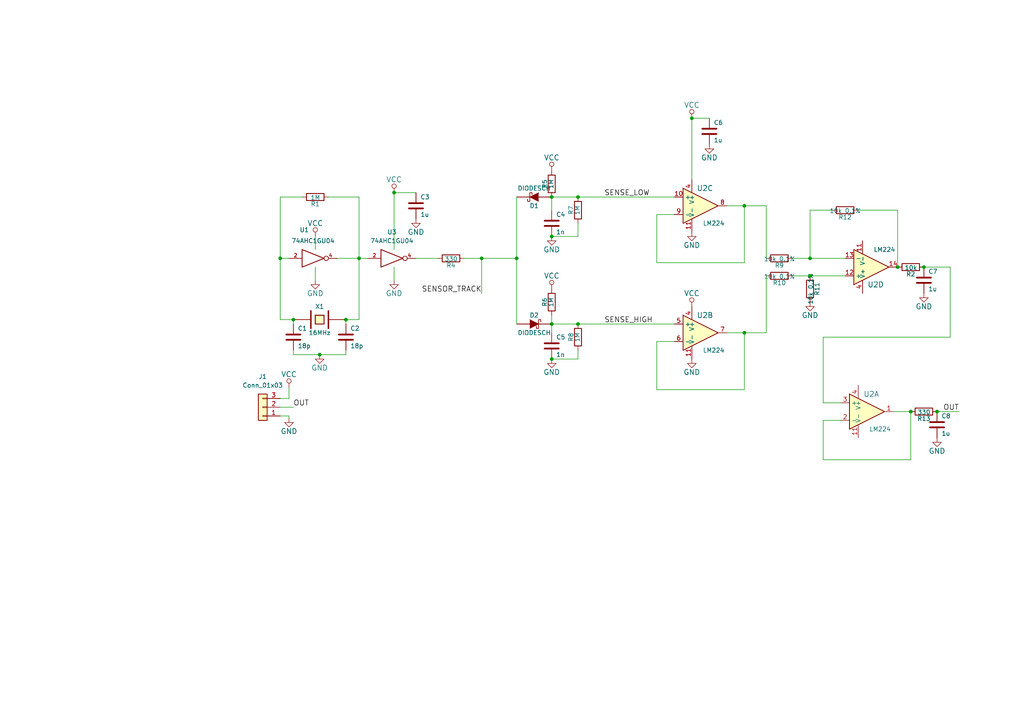
<source format=kicad_sch>
(kicad_sch (version 20211123) (generator eeschema)
  (paper "A4")
  (lib_symbols
    (symbol "74xGxx:74AHC1GU04" (pin_names (offset 1.016))
      (property "Reference" "U" (at -2.54 3.81 0))
      (property "Value" "74AHC1GU04" (at 0 -3.81 0))
      (symbol "74AHC1GU04_0_1"
        (polyline (pts (xy -3.81 2.54) (xy -3.81 -2.54) (xy 2.54 0) (xy -3.81 2.54)) (stroke (width 0.254)))
      )
      (symbol "74AHC1GU04_1_1"
        (pin input line (at -7.62 0 0) (length 3.81) (name "~") (number "2"))
        (pin power_in line (at 0 -2.54 270) (length 0) hide (name "GND") (number "3"))
        (pin output inverted (at 6.35 0 180) (length 3.81) (name "~") (number "4"))
        (pin power_in line (at 0 2.54 90) (length 0) hide (name "VCC") (number "5"))
      )
    )
    (symbol "Connector_Generic:Conn_01x03" (pin_names (offset 1.016) hide)
      (property "Reference" "J" (at 0 5.08 0))
      (property "Value" "Conn_01x03" (at 0 -5.08 0))
      (symbol "Conn_01x03_1_1"
        (rectangle (start -1.27 -2.413) (end 0 -2.667) (stroke (width 0.1524)))
        (rectangle (start -1.27 0.127) (end 0 -0.127) (stroke (width 0.1524)))
        (rectangle (start -1.27 2.667) (end 0 2.413) (stroke (width 0.1524)))
        (rectangle (start -1.27 3.81) (end 1.27 -3.81) (stroke (width 0.254)) (fill (type background)))
        (pin passive line (at -5.08 2.54 0) (length 3.81) (name "Pin_1") (number "1"))
        (pin passive line (at -5.08 0 0) (length 3.81) (name "Pin_2") (number "2"))
        (pin passive line (at -5.08 -2.54 0) (length 3.81) (name "Pin_3") (number "3"))
      )
    )
    (symbol "analog-moist-sensor-rescue:C" (pin_numbers hide) (pin_names (offset 0.254))
      (property "Reference" "C" (at 0.635 2.54 0))
      (property "Value" "C" (at 0.635 -2.54 0))
      (symbol "C_0_1"
        (polyline (pts (xy -2.032 -0.762) (xy 2.032 -0.762)) (stroke (width 0.508)))
        (polyline (pts (xy -2.032 0.762) (xy 2.032 0.762)) (stroke (width 0.508)))
      )
      (symbol "C_1_1"
        (pin passive line (at 0 3.81 270) (length 2.794) (name "~") (number "1"))
        (pin passive line (at 0 -3.81 90) (length 2.794) (name "~") (number "2"))
      )
    )
    (symbol "analog-moist-sensor-rescue:CRYSTAL" (pin_numbers hide) (pin_names (offset 1.016) hide)
      (property "Reference" "X" (at 0 3.81 0))
      (property "Value" "CRYSTAL" (at 0 -3.81 0))
      (symbol "CRYSTAL_0_1"
        (polyline (pts (xy -2.54 2.54) (xy -2.54 -2.54)) (stroke (width 0.4064)))
        (polyline (pts (xy 2.54 2.54) (xy 2.54 -2.54)) (stroke (width 0.4064)))
        (polyline (pts (xy -1.27 1.27) (xy 1.27 1.27) (xy 1.27 -1.27) (xy -1.27 -1.27) (xy -1.27 1.27)) (stroke (width 0.3048)) (fill (type background)))
      )
      (symbol "CRYSTAL_1_1"
        (pin passive line (at -7.62 0 0) (length 5.08) (name "1") (number "1"))
        (pin passive line (at 7.62 0 180) (length 5.08) (name "2") (number "2"))
      )
    )
    (symbol "analog-moist-sensor-rescue:DIODESCH" (pin_numbers hide) (pin_names (offset 1.016) hide)
      (property "Reference" "D" (at 0 2.54 0))
      (property "Value" "DIODESCH" (at 0 -2.54 0))
      (symbol "DIODESCH_0_1"
        (polyline (pts (xy -1.27 1.27) (xy 1.27 0) (xy -1.27 -1.27)) (fill (type outline)))
        (polyline (pts (xy 1.905 0.635) (xy 1.905 1.27) (xy 1.27 1.27) (xy 1.27 -1.27) (xy 0.635 -1.27) (xy 0.635 -0.635)) (stroke (width 0.2032)))
      )
      (symbol "DIODESCH_1_1"
        (pin passive line (at -5.08 0 0) (length 3.81) (name "A") (number "1"))
        (pin passive line (at 5.08 0 180) (length 3.81) (name "K") (number "2"))
      )
    )
    (symbol "analog-moist-sensor-rescue:GND" (power) (pin_names (offset 0))
      (property "Value" "GND" (at 0 -3.81 0))
      (symbol "GND_0_1"
        (polyline (pts (xy 0 0) (xy 0 -1.27) (xy 1.27 -1.27) (xy 0 -2.54) (xy -1.27 -1.27) (xy 0 -1.27)))
      )
      (symbol "GND_1_1"
        (pin power_in line (at 0 0 270) (length 0) hide (name "GND") (number "1"))
      )
    )
    (symbol "analog-moist-sensor-rescue:LM324"
      (property "Reference" "U" (at 0 5.08 0))
      (property "Value" "LM324" (at 0 -5.08 0))
      (symbol "LM324_0_1"
        (polyline (pts (xy -5.08 5.08) (xy 5.08 0) (xy -5.08 -5.08) (xy -5.08 5.08)) (stroke (width 0.254)) (fill (type background)))
        (pin power_in line (at -2.54 -7.62 90) (length 3.81) (name "V-") (number "11"))
        (pin power_in line (at -2.54 7.62 270) (length 3.81) (name "V+") (number "4"))
      )
      (symbol "LM324_1_1"
        (pin output line (at 7.62 0 180) (length 2.54) (name "~") (number "1"))
        (pin input line (at -7.62 -2.54 0) (length 2.54) (name "-") (number "2"))
        (pin input line (at -7.62 2.54 0) (length 2.54) (name "+") (number "3"))
      )
      (symbol "LM324_2_1"
        (pin input line (at -7.62 2.54 0) (length 2.54) (name "+") (number "5"))
        (pin input line (at -7.62 -2.54 0) (length 2.54) (name "-") (number "6"))
        (pin output line (at 7.62 0 180) (length 2.54) (name "~") (number "7"))
      )
      (symbol "LM324_3_1"
        (pin input line (at -7.62 2.54 0) (length 2.54) (name "+") (number "10"))
        (pin output line (at 7.62 0 180) (length 2.54) (name "~") (number "8"))
        (pin input line (at -7.62 -2.54 0) (length 2.54) (name "-") (number "9"))
      )
      (symbol "LM324_4_1"
        (pin input line (at -7.62 2.54 0) (length 2.54) (name "+") (number "12"))
        (pin input line (at -7.62 -2.54 0) (length 2.54) (name "-") (number "13"))
        (pin output line (at 7.62 0 180) (length 2.54) (name "~") (number "14"))
      )
    )
    (symbol "analog-moist-sensor-rescue:R" (pin_numbers hide) (pin_names (offset 0))
      (property "Reference" "R" (at 2.032 0 90))
      (property "Value" "R" (at 0 0 90))
      (symbol "R_0_1"
        (rectangle (start -1.016 -2.54) (end 1.016 2.54) (stroke (width 0.254)))
      )
      (symbol "R_1_1"
        (pin passive line (at 0 3.81 270) (length 1.27) (name "~") (number "1"))
        (pin passive line (at 0 -3.81 90) (length 1.27) (name "~") (number "2"))
      )
    )
    (symbol "analog-moist-sensor-rescue:VCC" (power) (pin_names (offset 0))
      (property "Value" "VCC" (at 0 3.81 0))
      (symbol "VCC_0_1"
        (polyline (pts (xy 0 0) (xy 0 1.27)))
        (circle (center 0 1.905) (radius 0.635))
      )
      (symbol "VCC_1_1"
        (pin power_in line (at 0 0 90) (length 0) hide (name "VCC") (number "1"))
      )
    )
  )
  (junction (at 160.02 68.58))
  (junction (at 160.02 104.14))
  (junction (at 85.09 92.71))
  (junction (at 267.97 77.47))
  (junction (at 104.14 74.93))
  (junction (at 167.64 93.98))
  (junction (at 200.66 34.29))
  (junction (at 81.28 74.93))
  (junction (at 234.95 80.01))
  (junction (at 271.78 119.38))
  (junction (at 160.02 93.98))
  (junction (at 160.02 57.15))
  (junction (at 215.9 59.69))
  (junction (at 260.35 77.47))
  (junction (at 215.9 96.52))
  (junction (at 234.95 74.93))
  (junction (at 92.71 102.87))
  (junction (at 139.7 74.93))
  (junction (at 264.16 119.38))
  (junction (at 114.3 55.88))
  (junction (at 100.33 92.71))
  (junction (at 149.86 74.93))
  (junction (at 167.64 57.15))
  (wire (pts (xy 160.02 93.98) (xy 167.64 93.98)))
  (wire (pts (xy 234.95 74.93) (xy 245.11 74.93)))
  (wire (pts (xy 190.5 62.23) (xy 195.58 62.23)))
  (wire (pts (xy 81.28 92.71) (xy 85.09 92.71)))
  (wire (pts (xy 260.35 60.96) (xy 260.35 77.47)))
  (wire (pts (xy 264.16 119.38) (xy 259.08 119.38)))
  (wire (pts (xy 167.64 57.15) (xy 195.58 57.15)))
  (wire (pts (xy 85.09 92.71) (xy 85.09 93.98)))
  (wire (pts (xy 234.95 60.96) (xy 241.3 60.96)))
  (wire (pts (xy 167.64 93.98) (xy 195.58 93.98)))
  (wire (pts (xy 190.5 76.2) (xy 215.9 76.2)))
  (wire (pts (xy 104.14 57.15) (xy 104.14 74.93)))
  (wire (pts (xy 83.82 112.395) (xy 83.82 115.57)))
  (wire (pts (xy 160.02 57.15) (xy 160.02 60.96)))
  (wire (pts (xy 190.5 99.06) (xy 195.58 99.06)))
  (wire (pts (xy 114.3 55.88) (xy 120.65 55.88)))
  (wire (pts (xy 238.76 97.79) (xy 238.76 116.84)))
  (wire (pts (xy 275.59 77.47) (xy 275.59 97.79)))
  (wire (pts (xy 114.3 77.47) (xy 114.3 81.28)))
  (wire (pts (xy 81.28 115.57) (xy 83.82 115.57)))
  (wire (pts (xy 81.28 74.93) (xy 81.28 92.71)))
  (wire (pts (xy 215.9 76.2) (xy 215.9 59.69)))
  (wire (pts (xy 215.9 96.52) (xy 222.25 96.52)))
  (wire (pts (xy 190.5 113.03) (xy 215.9 113.03)))
  (wire (pts (xy 139.7 74.93) (xy 139.7 85.09)))
  (wire (pts (xy 97.79 74.93) (xy 104.14 74.93)))
  (wire (pts (xy 248.92 60.96) (xy 260.35 60.96)))
  (wire (pts (xy 120.65 74.93) (xy 127 74.93)))
  (wire (pts (xy 114.3 55.88) (xy 114.3 72.39)))
  (wire (pts (xy 222.25 59.69) (xy 222.25 74.93)))
  (wire (pts (xy 104.14 74.93) (xy 104.14 92.71)))
  (wire (pts (xy 81.28 74.93) (xy 83.82 74.93)))
  (wire (pts (xy 139.7 74.93) (xy 149.86 74.93)))
  (wire (pts (xy 134.62 74.93) (xy 139.7 74.93)))
  (wire (pts (xy 167.64 68.58) (xy 160.02 68.58)))
  (wire (pts (xy 100.33 92.71) (xy 100.33 93.98)))
  (wire (pts (xy 229.87 80.01) (xy 234.95 80.01)))
  (wire (pts (xy 210.82 59.69) (xy 215.9 59.69)))
  (wire (pts (xy 222.25 96.52) (xy 222.25 80.01)))
  (wire (pts (xy 160.02 104.14) (xy 167.64 104.14)))
  (wire (pts (xy 167.64 104.14) (xy 167.64 101.6)))
  (wire (pts (xy 100.33 102.87) (xy 100.33 101.6)))
  (wire (pts (xy 160.02 91.44) (xy 160.02 93.98)))
  (wire (pts (xy 92.71 102.87) (xy 100.33 102.87)))
  (wire (pts (xy 91.44 68.58) (xy 91.44 72.39)))
  (wire (pts (xy 200.66 34.29) (xy 200.66 52.07)))
  (wire (pts (xy 160.02 57.15) (xy 167.64 57.15)))
  (wire (pts (xy 210.82 96.52) (xy 215.9 96.52)))
  (wire (pts (xy 149.86 74.93) (xy 149.86 93.98)))
  (wire (pts (xy 81.28 118.11) (xy 85.09 118.11)))
  (wire (pts (xy 234.95 80.01) (xy 245.11 80.01)))
  (wire (pts (xy 190.5 62.23) (xy 190.5 76.2)))
  (wire (pts (xy 238.76 133.35) (xy 264.16 133.35)))
  (wire (pts (xy 81.28 120.65) (xy 83.82 120.65)))
  (wire (pts (xy 81.28 57.15) (xy 81.28 74.93)))
  (wire (pts (xy 215.9 59.69) (xy 222.25 59.69)))
  (wire (pts (xy 267.97 77.47) (xy 275.59 77.47)))
  (wire (pts (xy 160.02 93.98) (xy 160.02 96.52)))
  (wire (pts (xy 85.09 102.87) (xy 92.71 102.87)))
  (wire (pts (xy 95.25 57.15) (xy 104.14 57.15)))
  (wire (pts (xy 167.64 68.58) (xy 167.64 64.77)))
  (wire (pts (xy 264.16 133.35) (xy 264.16 119.38)))
  (wire (pts (xy 104.14 92.71) (xy 100.33 92.71)))
  (wire (pts (xy 238.76 97.79) (xy 275.59 97.79)))
  (wire (pts (xy 238.76 121.92) (xy 238.76 133.35)))
  (wire (pts (xy 238.76 116.84) (xy 243.84 116.84)))
  (wire (pts (xy 83.82 121.285) (xy 83.82 120.65)))
  (wire (pts (xy 215.9 113.03) (xy 215.9 96.52)))
  (wire (pts (xy 81.28 57.15) (xy 87.63 57.15)))
  (wire (pts (xy 104.14 74.93) (xy 106.68 74.93)))
  (wire (pts (xy 234.95 74.93) (xy 234.95 60.96)))
  (wire (pts (xy 91.44 77.47) (xy 91.44 81.28)))
  (wire (pts (xy 229.87 74.93) (xy 234.95 74.93)))
  (wire (pts (xy 190.5 99.06) (xy 190.5 113.03)))
  (wire (pts (xy 238.76 121.92) (xy 243.84 121.92)))
  (wire (pts (xy 205.74 34.29) (xy 200.66 34.29)))
  (wire (pts (xy 149.86 57.15) (xy 149.86 74.93)))
  (wire (pts (xy 85.09 101.6) (xy 85.09 102.87)))
  (wire (pts (xy 271.78 119.38) (xy 278.13 119.38)))
  (label "SENSOR_TRACK" (at 139.7 85.09 180) (effects (font (size 1.524 1.524))))
  (label "OUT" (at 85.09 118.11 0) (effects (font (size 1.524 1.524))))
  (label "SENSE_LOW" (at 175.26 57.15 0) (effects (font (size 1.524 1.524))))
  (label "OUT" (at 278.13 119.38 180) (effects (font (size 1.524 1.524))))
  (label "SENSE_HIGH" (at 175.26 93.98 0) (effects (font (size 1.524 1.524))))
  (symbol (lib_id "analog-moist-sensor-rescue:CRYSTAL") (at 92.71 92.71 0) (unit 1)
    (property "Reference" "X1" (at 92.71 88.9 0))
    (property "Value" "16MHz" (at 92.71 96.52 0))
    (property "Footprint" "Crystal:Crystal_SMD_HC49-SD" (effects hide))
  )
  (symbol (lib_id "analog-moist-sensor-rescue:GND") (at 91.44 81.28 0) (unit 1)
    (property "Reference" "#PWR01" (effects hide))
    (property "Value" "GND" (at 91.44 85.09 0) (effects (font (size 1.524 1.524))))
  )
  (symbol (lib_id "analog-moist-sensor-rescue:VCC") (at 91.44 68.58 0) (unit 1)
    (property "Reference" "#PWR02" (effects hide))
    (property "Value" "VCC" (at 91.44 64.77 0) (effects (font (size 1.524 1.524))))
  )
  (symbol (lib_id "analog-moist-sensor-rescue:C") (at 85.09 97.79 0) (unit 1)
    (property "Reference" "C1" (at 86.36 95.25 0) (effects (justify left)))
    (property "Value" "18p" (at 86.36 100.33 0) (effects (justify left)))
    (property "Footprint" "Capacitor_SMD:C_0603_1608Metric_Pad1.08x0.95mm_HandSolder" (effects hide))
  )
  (symbol (lib_id "analog-moist-sensor-rescue:C") (at 100.33 97.79 0) (unit 1)
    (property "Reference" "C2" (at 101.6 95.25 0) (effects (justify left)))
    (property "Value" "18p" (at 101.6 100.33 0) (effects (justify left)))
    (property "Footprint" "Capacitor_SMD:C_0603_1608Metric_Pad1.08x0.95mm_HandSolder" (effects hide))
  )
  (symbol (lib_id "analog-moist-sensor-rescue:R") (at 91.44 57.15 270) (unit 1)
    (property "Reference" "R1" (at 91.44 59.182 90))
    (property "Value" "1M" (at 91.4654 57.3278 90))
    (property "Footprint" "Resistor_SMD:R_0603_1608Metric_Pad0.98x0.95mm_HandSolder" (effects hide))
  )
  (symbol (lib_id "analog-moist-sensor-rescue:GND") (at 92.71 102.87 0) (unit 1)
    (property "Reference" "#PWR03" (effects hide))
    (property "Value" "GND" (at 92.71 106.68 0) (effects (font (size 1.524 1.524))))
  )
  (symbol (lib_id "analog-moist-sensor-rescue:VCC") (at 114.3 55.88 0) (unit 1)
    (property "Reference" "#PWR04" (effects hide))
    (property "Value" "VCC" (at 114.3 52.07 0) (effects (font (size 1.524 1.524))))
  )
  (symbol (lib_id "analog-moist-sensor-rescue:GND") (at 114.3 81.28 0) (unit 1)
    (property "Reference" "#PWR05" (effects hide))
    (property "Value" "GND" (at 114.3 85.09 0) (effects (font (size 1.524 1.524))))
  )
  (symbol (lib_id "analog-moist-sensor-rescue:C") (at 120.65 59.69 0) (unit 1)
    (property "Reference" "C3" (at 121.92 57.15 0) (effects (justify left)))
    (property "Value" "1u" (at 121.92 62.23 0) (effects (justify left)))
    (property "Footprint" "Capacitor_SMD:C_0603_1608Metric_Pad1.08x0.95mm_HandSolder" (effects hide))
  )
  (symbol (lib_id "analog-moist-sensor-rescue:GND") (at 120.65 63.5 0) (unit 1)
    (property "Reference" "#PWR06" (effects hide))
    (property "Value" "GND" (at 120.65 67.31 0) (effects (font (size 1.524 1.524))))
  )
  (symbol (lib_id "analog-moist-sensor-rescue:DIODESCH") (at 154.94 57.15 180) (unit 1)
    (property "Reference" "D1" (at 154.94 59.69 0))
    (property "Value" "DIODESCH" (at 154.94 54.61 0))
    (property "Footprint" "Diode_SMD:D_SOD-123" (effects hide))
  )
  (symbol (lib_id "analog-moist-sensor-rescue:DIODESCH") (at 154.94 93.98 0) (unit 1)
    (property "Reference" "D2" (at 154.94 91.44 0))
    (property "Value" "DIODESCH" (at 154.94 96.52 0))
    (property "Footprint" "Diode_SMD:D_SOD-123" (effects hide))
  )
  (symbol (lib_id "analog-moist-sensor-rescue:R") (at 130.81 74.93 270) (unit 1)
    (property "Reference" "R4" (at 130.81 76.962 90))
    (property "Value" "330" (at 130.8354 75.1078 90))
    (property "Footprint" "Resistor_SMD:R_0603_1608Metric_Pad0.98x0.95mm_HandSolder" (effects hide))
  )
  (symbol (lib_id "analog-moist-sensor-rescue:VCC") (at 160.02 49.53 0) (unit 1)
    (property "Reference" "#PWR07" (effects hide))
    (property "Value" "VCC" (at 160.02 45.72 0) (effects (font (size 1.524 1.524))))
  )
  (symbol (lib_id "analog-moist-sensor-rescue:R") (at 160.02 53.34 180) (unit 1)
    (property "Reference" "R5" (at 157.988 53.34 90))
    (property "Value" "1M" (at 159.8422 53.3654 90))
    (property "Footprint" "Resistor_SMD:R_0603_1608Metric_Pad0.98x0.95mm_HandSolder" (effects hide))
  )
  (symbol (lib_id "analog-moist-sensor-rescue:R") (at 167.64 97.79 180) (unit 1)
    (property "Reference" "R8" (at 165.608 97.79 90))
    (property "Value" "1M" (at 167.4622 97.8154 90))
    (property "Footprint" "Resistor_SMD:R_0603_1608Metric_Pad0.98x0.95mm_HandSolder" (effects hide))
  )
  (symbol (lib_id "analog-moist-sensor-rescue:GND") (at 160.02 104.14 0) (unit 1)
    (property "Reference" "#PWR08" (effects hide))
    (property "Value" "GND" (at 160.02 107.95 0) (effects (font (size 1.524 1.524))))
  )
  (symbol (lib_id "analog-moist-sensor-rescue:C") (at 160.02 64.77 0) (unit 1)
    (property "Reference" "C4" (at 161.29 62.23 0) (effects (justify left)))
    (property "Value" "1n" (at 161.29 67.31 0) (effects (justify left)))
    (property "Footprint" "Capacitor_SMD:C_0603_1608Metric_Pad1.08x0.95mm_HandSolder" (effects hide))
  )
  (symbol (lib_id "analog-moist-sensor-rescue:GND") (at 160.02 68.58 0) (unit 1)
    (property "Reference" "#PWR09" (effects hide))
    (property "Value" "GND" (at 160.02 72.39 0) (effects (font (size 1.524 1.524))))
  )
  (symbol (lib_id "analog-moist-sensor-rescue:R") (at 167.64 60.96 180) (unit 1)
    (property "Reference" "R7" (at 165.608 60.96 90))
    (property "Value" "1M" (at 167.4622 60.9854 90))
    (property "Footprint" "Resistor_SMD:R_0603_1608Metric_Pad0.98x0.95mm_HandSolder" (effects hide))
  )
  (symbol (lib_id "analog-moist-sensor-rescue:C") (at 160.02 100.33 0) (unit 1)
    (property "Reference" "C5" (at 161.29 97.79 0) (effects (justify left)))
    (property "Value" "1n" (at 161.29 102.87 0) (effects (justify left)))
    (property "Footprint" "Capacitor_SMD:C_0603_1608Metric_Pad1.08x0.95mm_HandSolder" (effects hide))
  )
  (symbol (lib_id "analog-moist-sensor-rescue:R") (at 160.02 87.63 180) (unit 1)
    (property "Reference" "R6" (at 157.988 87.63 90))
    (property "Value" "1M" (at 159.8422 87.6554 90))
    (property "Footprint" "Resistor_SMD:R_0603_1608Metric_Pad0.98x0.95mm_HandSolder" (effects hide))
  )
  (symbol (lib_id "analog-moist-sensor-rescue:VCC") (at 160.02 83.82 0) (unit 1)
    (property "Reference" "#PWR010" (effects hide))
    (property "Value" "VCC" (at 160.02 80.01 0) (effects (font (size 1.524 1.524))))
  )
  (symbol (lib_id "analog-moist-sensor-rescue:VCC") (at 200.66 34.29 0) (unit 1)
    (property "Reference" "#PWR016" (effects hide))
    (property "Value" "VCC" (at 200.66 30.48 0) (effects (font (size 1.524 1.524))))
  )
  (symbol (lib_id "analog-moist-sensor-rescue:C") (at 205.74 38.1 0) (unit 1)
    (property "Reference" "C6" (at 207.01 35.56 0) (effects (justify left)))
    (property "Value" "1u" (at 207.01 40.64 0) (effects (justify left)))
    (property "Footprint" "Capacitor_SMD:C_0603_1608Metric_Pad1.08x0.95mm_HandSolder" (effects hide))
  )
  (symbol (lib_id "analog-moist-sensor-rescue:GND") (at 205.74 41.91 0) (unit 1)
    (property "Reference" "#PWR017" (effects hide))
    (property "Value" "GND" (at 205.74 45.72 0) (effects (font (size 1.524 1.524))))
  )
  (symbol (lib_id "analog-moist-sensor-rescue:GND") (at 200.66 67.31 0) (unit 1)
    (property "Reference" "#PWR018" (effects hide))
    (property "Value" "GND" (at 200.66 71.12 0) (effects (font (size 1.524 1.524))))
  )
  (symbol (lib_id "analog-moist-sensor-rescue:GND") (at 200.66 104.14 0) (unit 1)
    (property "Reference" "#PWR019" (effects hide))
    (property "Value" "GND" (at 200.66 107.95 0) (effects (font (size 1.524 1.524))))
  )
  (symbol (lib_id "analog-moist-sensor-rescue:VCC") (at 200.66 88.9 0) (unit 1)
    (property "Reference" "#PWR020" (effects hide))
    (property "Value" "VCC" (at 200.66 85.09 0) (effects (font (size 1.524 1.524))))
  )
  (symbol (lib_id "analog-moist-sensor-rescue:LM324") (at 203.2 96.52 0) (unit 2)
    (property "Reference" "U2" (at 204.47 91.44 0) (effects (font (size 1.524 1.524))))
    (property "Value" "LM224" (at 207.01 101.6 0))
    (property "Footprint" "Package_SO:SO-14_5.3x10.2mm_P1.27mm" (effects hide))
  )
  (symbol (lib_id "analog-moist-sensor-rescue:LM324") (at 252.73 77.47 0) (mirror x) (unit 4)
    (property "Reference" "U2" (at 254 82.55 0) (effects (font (size 1.524 1.524))))
    (property "Value" "LM224" (at 256.54 72.39 0))
    (property "Footprint" "Package_SO:SO-14_5.3x10.2mm_P1.27mm" (effects hide))
  )
  (symbol (lib_id "analog-moist-sensor-rescue:LM324") (at 251.46 119.38 0) (unit 1)
    (property "Reference" "U2" (at 252.73 114.3 0) (effects (font (size 1.524 1.524))))
    (property "Value" "LM224" (at 255.27 124.46 0))
    (property "Footprint" "Package_SO:SO-14_5.3x10.2mm_P1.27mm" (effects hide))
  )
  (symbol (lib_id "analog-moist-sensor-rescue:LM324") (at 203.2 59.69 0) (unit 3)
    (property "Reference" "U2" (at 204.47 54.61 0) (effects (font (size 1.524 1.524))))
    (property "Value" "LM224" (at 207.01 64.77 0))
    (property "Footprint" "Package_SO:SO-14_5.3x10.2mm_P1.27mm" (effects hide))
  )
  (symbol (lib_id "analog-moist-sensor-rescue:R") (at 226.06 74.93 270) (unit 1)
    (property "Reference" "R9" (at 226.06 76.962 90))
    (property "Value" "10k 0.1%" (at 226.0854 75.1078 90))
    (property "Footprint" "Resistor_SMD:R_0603_1608Metric_Pad0.98x0.95mm_HandSolder" (effects hide))
  )
  (symbol (lib_id "analog-moist-sensor-rescue:R") (at 226.06 80.01 270) (unit 1)
    (property "Reference" "R10" (at 226.06 82.042 90))
    (property "Value" "10k 0.1%" (at 226.0854 80.1878 90))
    (property "Footprint" "Resistor_SMD:R_0603_1608Metric_Pad0.98x0.95mm_HandSolder" (effects hide))
  )
  (symbol (lib_id "analog-moist-sensor-rescue:R") (at 234.95 83.82 0) (unit 1)
    (property "Reference" "R11" (at 236.982 83.82 90))
    (property "Value" "10k 0.1%" (at 235.1278 83.7946 90))
    (property "Footprint" "Resistor_SMD:R_0603_1608Metric_Pad0.98x0.95mm_HandSolder" (effects hide))
  )
  (symbol (lib_id "analog-moist-sensor-rescue:GND") (at 234.95 87.63 0) (unit 1)
    (property "Reference" "#PWR021" (effects hide))
    (property "Value" "GND" (at 234.95 91.44 0) (effects (font (size 1.524 1.524))))
  )
  (symbol (lib_id "analog-moist-sensor-rescue:R") (at 245.11 60.96 270) (unit 1)
    (property "Reference" "R12" (at 245.11 62.992 90))
    (property "Value" "10k 0.1%" (at 245.1354 61.1378 90))
    (property "Footprint" "Resistor_SMD:R_0603_1608Metric_Pad0.98x0.95mm_HandSolder" (effects hide))
  )
  (symbol (lib_id "analog-moist-sensor-rescue:R") (at 267.97 119.38 270) (unit 1)
    (property "Reference" "R13" (at 267.97 121.412 90))
    (property "Value" "330" (at 267.9954 119.5578 90))
    (property "Footprint" "Resistor_SMD:R_0603_1608Metric_Pad0.98x0.95mm_HandSolder" (effects hide))
  )
  (symbol (lib_id "analog-moist-sensor-rescue:R") (at 264.16 77.47 270) (unit 1)
    (property "Reference" "R2" (at 264.16 79.502 90))
    (property "Value" "10k" (at 264.1854 77.6478 90))
    (property "Footprint" "Resistor_SMD:R_0603_1608Metric_Pad0.98x0.95mm_HandSolder" (effects hide))
  )
  (symbol (lib_id "analog-moist-sensor-rescue:C") (at 267.97 81.28 0) (unit 1)
    (property "Reference" "C7" (at 269.24 78.74 0) (effects (justify left)))
    (property "Value" "1u" (at 269.24 83.82 0) (effects (justify left)))
    (property "Footprint" "Capacitor_SMD:C_0603_1608Metric_Pad1.08x0.95mm_HandSolder" (effects hide))
  )
  (symbol (lib_id "analog-moist-sensor-rescue:GND") (at 267.97 85.09 0) (unit 1)
    (property "Reference" "#PWR022" (effects hide))
    (property "Value" "GND" (at 267.97 88.9 0) (effects (font (size 1.524 1.524))))
  )
  (symbol (lib_id "analog-moist-sensor-rescue:C") (at 271.78 123.19 0) (unit 1)
    (property "Reference" "C8" (at 273.05 120.65 0) (effects (justify left)))
    (property "Value" "1u" (at 273.05 125.73 0) (effects (justify left)))
    (property "Footprint" "Capacitor_SMD:C_0603_1608Metric_Pad1.08x0.95mm_HandSolder" (effects hide))
  )
  (symbol (lib_id "analog-moist-sensor-rescue:GND") (at 271.78 127 0) (unit 1)
    (property "Reference" "#PWR023" (effects hide))
    (property "Value" "GND" (at 271.78 130.81 0) (effects (font (size 1.524 1.524))))
  )
  (symbol (lib_id "analog-moist-sensor-rescue:GND") (at 83.82 121.285 0) (unit 1)
    (property "Reference" "#PWR0101" (effects hide))
    (property "Value" "GND" (at 83.82 125.095 0) (effects (font (size 1.524 1.524))))
  )
  (symbol (lib_id "analog-moist-sensor-rescue:VCC") (at 83.82 112.395 0) (unit 1)
    (property "Reference" "#PWR0102" (effects hide))
    (property "Value" "VCC" (at 83.82 108.585 0) (effects (font (size 1.524 1.524))))
  )
  (symbol (lib_id "74xGxx:74AHC1GU04") (at 91.44 74.93 0) (unit 1)
    (property "Reference" "U1" (at 88.265 66.675 0))
    (property "Value" "74AHC1GU04" (at 90.805 69.85 0))
    (property "Footprint" "Package_TO_SOT_SMD:SOT-353_SC-70-5_Handsoldering" (effects hide))
    (property "Datasheet" "http://www.ti.com/lit/sg/scyt129e/scyt129e.pdf" (effects hide))
  )
  (symbol (lib_id "Connector_Generic:Conn_01x03") (at 76.2 118.11 180) (unit 1)
    (property "Reference" "J1" (at 76.2 109.22 0))
    (property "Value" "Conn_01x03" (at 76.2 111.76 0))
    (property "Footprint" "Connector_PinHeader_2.54mm:PinHeader_1x03_P2.54mm_Horizontal" (effects hide))
  )
  (symbol (lib_id "74xGxx:74AHC1GU04") (at 114.3 74.93 0) (unit 1)
    (property "Reference" "U3" (at 113.665 67.31 0))
    (property "Value" "74AHC1GU04" (at 113.665 69.85 0))
    (property "Footprint" "Package_TO_SOT_SMD:SOT-353_SC-70-5_Handsoldering" (effects hide))
    (property "Datasheet" "http://www.ti.com/lit/sg/scyt129e/scyt129e.pdf" (effects hide))
  )
)
</source>
